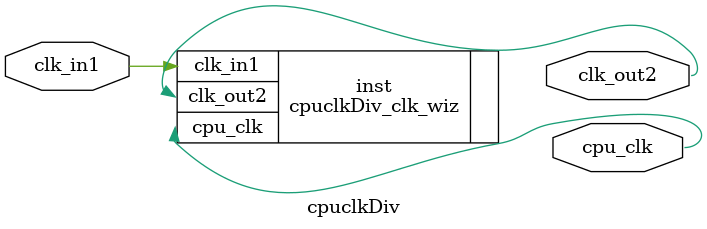
<source format=v>


`timescale 1ps/1ps

(* CORE_GENERATION_INFO = "cpuclkDiv,clk_wiz_v5_4_3_0,{component_name=cpuclkDiv,use_phase_alignment=true,use_min_o_jitter=false,use_max_i_jitter=false,use_dyn_phase_shift=false,use_inclk_switchover=false,use_dyn_reconfig=false,enable_axi=0,feedback_source=FDBK_AUTO,PRIMITIVE=PLL,num_out_clk=2,clkin1_period=10.000,clkin2_period=10.000,use_power_down=false,use_reset=false,use_locked=false,use_inclk_stopped=false,feedback_type=SINGLE,CLOCK_MGR_TYPE=NA,manual_override=false}" *)

module cpuclkDiv 
 (
  // Clock out ports
  output        cpu_clk,
  output        clk_out2,
 // Clock in ports
  input         clk_in1
 );

  cpuclkDiv_clk_wiz inst
  (
  // Clock out ports  
  .cpu_clk(cpu_clk),
  .clk_out2(clk_out2),
 // Clock in ports
  .clk_in1(clk_in1)
  );

endmodule

</source>
